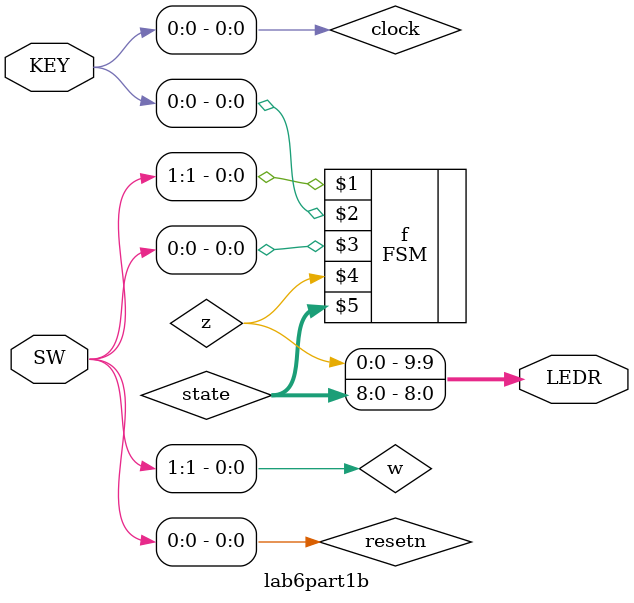
<source format=v>
module lab6part1b (SW, KEY, LEDR);
	input [9:0] SW;
	input [3:0] KEY;
	output [9:0] LEDR;
	
	wire resetn, w, clock, z;
	wire [8:0] state;
		
	assign resetn = SW[0];
	assign w = SW[1];
	assign clock = KEY[0];
	FSM f (w, clock, resetn, z, state);
	assign LEDR[9] = z;
	assign LEDR [8:0] = state;
	
endmodule
</source>
